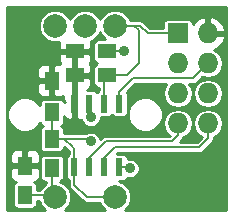
<source format=gtl>
G04 #@! TF.FileFunction,Copper,L1,Top,Signal*
%FSLAX46Y46*%
G04 Gerber Fmt 4.6, Leading zero omitted, Abs format (unit mm)*
G04 Created by KiCad (PCBNEW 4.0.1-stable) date 2/13/2016 8:52:59 PM*
%MOMM*%
G01*
G04 APERTURE LIST*
%ADD10C,0.150000*%
%ADD11R,1.250000X1.500000*%
%ADD12R,1.300000X1.500000*%
%ADD13R,1.500000X1.300000*%
%ADD14C,2.000000*%
%ADD15R,0.600000X1.550000*%
%ADD16R,1.727200X1.727200*%
%ADD17O,1.727200X1.727200*%
%ADD18C,0.889000*%
%ADD19C,0.203200*%
%ADD20C,0.254000*%
G04 APERTURE END LIST*
D10*
D11*
X4318000Y-11704000D03*
X4318000Y-14204000D03*
D12*
X4318000Y-6778000D03*
X4318000Y-9478000D03*
D13*
X6270000Y-6350000D03*
X8970000Y-6350000D03*
X6270000Y-4318000D03*
X8970000Y-4318000D03*
D14*
X4572000Y-2152000D03*
X7112000Y-2152000D03*
X9652000Y-2152000D03*
X9652000Y-16652000D03*
X4572000Y-16652000D03*
D15*
X6223000Y-14130000D03*
X7493000Y-14130000D03*
X8763000Y-14130000D03*
X10033000Y-14130000D03*
X10033000Y-8730000D03*
X8763000Y-8730000D03*
X7493000Y-8730000D03*
X6223000Y-8730000D03*
D16*
X14986000Y-2794000D03*
D17*
X17526000Y-2794000D03*
X14986000Y-5334000D03*
X17526000Y-5334000D03*
X14986000Y-7874000D03*
X17526000Y-7874000D03*
X14986000Y-10414000D03*
X17526000Y-10414000D03*
D11*
X2032000Y-13990000D03*
X2032000Y-16490000D03*
D18*
X10414000Y-4318000D03*
X7620000Y-9906000D03*
X7620000Y-11938000D03*
X10922000Y-14224000D03*
D19*
X10033000Y-8730000D02*
X10033000Y-7747000D01*
X16256000Y-6604000D02*
X17526000Y-5334000D01*
X11176000Y-6604000D02*
X16256000Y-6604000D01*
X10033000Y-7747000D02*
X11176000Y-6604000D01*
X8970000Y-4318000D02*
X10414000Y-4318000D01*
X8970000Y-6350000D02*
X10668000Y-6350000D01*
X11296000Y-2152000D02*
X9652000Y-2152000D01*
X11684000Y-2540000D02*
X11296000Y-2152000D01*
X14986000Y-2794000D02*
X12446000Y-2794000D01*
X12446000Y-2794000D02*
X11804000Y-2152000D01*
X11804000Y-2152000D02*
X9652000Y-2152000D01*
X8763000Y-8730000D02*
X8763000Y-6557000D01*
X8763000Y-6557000D02*
X8970000Y-6350000D01*
X11684000Y-5334000D02*
X11684000Y-2540000D01*
X10668000Y-6350000D02*
X11684000Y-5334000D01*
X7493000Y-8730000D02*
X7493000Y-9779000D01*
X7493000Y-9779000D02*
X7620000Y-9906000D01*
X4318000Y-11704000D02*
X7386000Y-11704000D01*
X7386000Y-11704000D02*
X7620000Y-11938000D01*
X4318000Y-9478000D02*
X4318000Y-11704000D01*
X6223000Y-14130000D02*
X6223000Y-12573000D01*
X5354000Y-11704000D02*
X4318000Y-11704000D01*
X9652000Y-16652000D02*
X7254000Y-16652000D01*
X6223000Y-15621000D02*
X6223000Y-14130000D01*
X7254000Y-16652000D02*
X6223000Y-15621000D01*
X6223000Y-12573000D02*
X6096000Y-12446000D01*
X6096000Y-12446000D02*
X5354000Y-11704000D01*
X2032000Y-16490000D02*
X4410000Y-16490000D01*
X4410000Y-16490000D02*
X4572000Y-16652000D01*
X10033000Y-14130000D02*
X10828000Y-14130000D01*
X10828000Y-14130000D02*
X10922000Y-14224000D01*
X4318000Y-14204000D02*
X4318000Y-16398000D01*
X4318000Y-16398000D02*
X4572000Y-16652000D01*
X7493000Y-14130000D02*
X7493000Y-13335000D01*
X14986000Y-11430000D02*
X14986000Y-10414000D01*
X14478000Y-11938000D02*
X14986000Y-11430000D01*
X8890000Y-11938000D02*
X14478000Y-11938000D01*
X7493000Y-13335000D02*
X8890000Y-11938000D01*
X9652000Y-12446000D02*
X16764000Y-12446000D01*
X8763000Y-13335000D02*
X9652000Y-12446000D01*
X8763000Y-14130000D02*
X8763000Y-13335000D01*
X17526000Y-11684000D02*
X17526000Y-10414000D01*
X16764000Y-12446000D02*
X17526000Y-11684000D01*
X17526000Y-11176000D02*
X17526000Y-10414000D01*
D20*
G36*
X19037300Y-17767300D02*
X10489486Y-17767300D01*
X10822072Y-17435295D01*
X11032759Y-16927903D01*
X11033239Y-16378507D01*
X10823437Y-15870749D01*
X10435295Y-15481928D01*
X9981422Y-15293464D01*
X10333000Y-15293464D01*
X10474190Y-15266897D01*
X10603865Y-15183454D01*
X10690859Y-15056134D01*
X10697261Y-15024519D01*
X10757077Y-15049357D01*
X11085482Y-15049643D01*
X11388998Y-14924233D01*
X11621417Y-14692219D01*
X11747357Y-14388923D01*
X11747643Y-14060518D01*
X11622233Y-13757002D01*
X11390219Y-13524583D01*
X11086923Y-13398643D01*
X10758518Y-13398357D01*
X10721464Y-13413667D01*
X10721464Y-13355000D01*
X10694897Y-13213810D01*
X10611454Y-13084135D01*
X10484134Y-12997141D01*
X10333000Y-12966536D01*
X9813964Y-12966536D01*
X9851900Y-12928600D01*
X16764000Y-12928600D01*
X16948683Y-12891864D01*
X17105250Y-12787250D01*
X17867250Y-12025250D01*
X17971864Y-11868683D01*
X18008601Y-11684000D01*
X18008600Y-11683995D01*
X18008600Y-11567455D01*
X18026671Y-11563860D01*
X18430448Y-11294065D01*
X18700243Y-10890288D01*
X18794983Y-10414000D01*
X18700243Y-9937712D01*
X18430448Y-9533935D01*
X18026671Y-9264140D01*
X17550383Y-9169400D01*
X17501617Y-9169400D01*
X17025329Y-9264140D01*
X16621552Y-9533935D01*
X16351757Y-9937712D01*
X16257017Y-10414000D01*
X16351757Y-10890288D01*
X16621552Y-11294065D01*
X16988349Y-11539151D01*
X16564100Y-11963400D01*
X15135099Y-11963400D01*
X15327247Y-11771252D01*
X15327250Y-11771250D01*
X15431864Y-11614683D01*
X15440132Y-11573117D01*
X15486671Y-11563860D01*
X15890448Y-11294065D01*
X16160243Y-10890288D01*
X16254983Y-10414000D01*
X16160243Y-9937712D01*
X15890448Y-9533935D01*
X15486671Y-9264140D01*
X15010383Y-9169400D01*
X14961617Y-9169400D01*
X14485329Y-9264140D01*
X14081552Y-9533935D01*
X13811757Y-9937712D01*
X13717017Y-10414000D01*
X13811757Y-10890288D01*
X14081552Y-11294065D01*
X14296087Y-11437413D01*
X14278100Y-11455400D01*
X8890000Y-11455400D01*
X8705317Y-11492136D01*
X8548750Y-11596750D01*
X8548748Y-11596753D01*
X8423814Y-11721687D01*
X8320233Y-11471002D01*
X8088219Y-11238583D01*
X7784923Y-11112643D01*
X7456518Y-11112357D01*
X7192613Y-11221400D01*
X5331464Y-11221400D01*
X5331464Y-10954000D01*
X5304897Y-10812810D01*
X5221454Y-10683135D01*
X5094134Y-10596141D01*
X5085403Y-10594373D01*
X5109190Y-10589897D01*
X5238865Y-10506454D01*
X5325859Y-10379134D01*
X5356464Y-10228000D01*
X5356464Y-9796596D01*
X5384673Y-9864698D01*
X5563301Y-10043327D01*
X5796690Y-10140000D01*
X5937250Y-10140000D01*
X6096000Y-9981250D01*
X6096000Y-8857000D01*
X6076000Y-8857000D01*
X6076000Y-8603000D01*
X6096000Y-8603000D01*
X6096000Y-7523250D01*
X6143000Y-7476250D01*
X6143000Y-6477000D01*
X6123000Y-6477000D01*
X6123000Y-6223000D01*
X6143000Y-6223000D01*
X6143000Y-4445000D01*
X6397000Y-4445000D01*
X6397000Y-6223000D01*
X7496250Y-6223000D01*
X7655000Y-6064250D01*
X7655000Y-5573690D01*
X7558327Y-5340301D01*
X7552026Y-5334000D01*
X7558327Y-5327699D01*
X7655000Y-5094310D01*
X7655000Y-4603750D01*
X7496250Y-4445000D01*
X6397000Y-4445000D01*
X6143000Y-4445000D01*
X5043750Y-4445000D01*
X4885000Y-4603750D01*
X4885000Y-5094310D01*
X4981673Y-5327699D01*
X4987974Y-5334000D01*
X4981673Y-5340301D01*
X4959844Y-5393000D01*
X4603750Y-5393000D01*
X4445000Y-5551750D01*
X4445000Y-6651000D01*
X4465000Y-6651000D01*
X4465000Y-6905000D01*
X4445000Y-6905000D01*
X4445000Y-8004250D01*
X4603750Y-8163000D01*
X5094310Y-8163000D01*
X5288000Y-8082771D01*
X5288000Y-8444250D01*
X5446748Y-8602998D01*
X5332943Y-8602998D01*
X5329897Y-8586810D01*
X5246454Y-8457135D01*
X5119134Y-8370141D01*
X4968000Y-8339536D01*
X3668000Y-8339536D01*
X3526810Y-8366103D01*
X3397135Y-8449546D01*
X3310141Y-8576866D01*
X3279536Y-8728000D01*
X3279536Y-8841460D01*
X3268263Y-8814177D01*
X2852015Y-8397201D01*
X2307882Y-8171257D01*
X1718703Y-8170743D01*
X1174177Y-8395737D01*
X757201Y-8811985D01*
X531257Y-9356118D01*
X530743Y-9945297D01*
X755737Y-10489823D01*
X1171985Y-10906799D01*
X1716118Y-11132743D01*
X2305297Y-11133257D01*
X2849823Y-10908263D01*
X3266799Y-10492015D01*
X3313213Y-10380239D01*
X3389546Y-10498865D01*
X3516866Y-10585859D01*
X3550826Y-10592736D01*
X3422135Y-10675546D01*
X3335141Y-10802866D01*
X3304536Y-10954000D01*
X3304536Y-12454000D01*
X3331103Y-12595190D01*
X3414546Y-12724865D01*
X3541866Y-12811859D01*
X3693000Y-12842464D01*
X4943000Y-12842464D01*
X5084190Y-12815897D01*
X5213865Y-12732454D01*
X5300859Y-12605134D01*
X5331464Y-12454000D01*
X5331464Y-12363964D01*
X5740400Y-12772899D01*
X5740400Y-13019749D01*
X5652135Y-13076546D01*
X5565141Y-13203866D01*
X5534536Y-13355000D01*
X5534536Y-14905000D01*
X5561103Y-15046190D01*
X5644546Y-15175865D01*
X5740400Y-15241359D01*
X5740400Y-15621000D01*
X5777136Y-15805683D01*
X5881750Y-15962250D01*
X6912750Y-16993250D01*
X7069317Y-17097864D01*
X7254000Y-17134600D01*
X8357163Y-17134600D01*
X8480563Y-17433251D01*
X8814029Y-17767300D01*
X5409486Y-17767300D01*
X5742072Y-17435295D01*
X5952759Y-16927903D01*
X5953239Y-16378507D01*
X5743437Y-15870749D01*
X5355295Y-15481928D01*
X4995594Y-15332568D01*
X5084190Y-15315897D01*
X5213865Y-15232454D01*
X5300859Y-15105134D01*
X5331464Y-14954000D01*
X5331464Y-13454000D01*
X5304897Y-13312810D01*
X5221454Y-13183135D01*
X5094134Y-13096141D01*
X4943000Y-13065536D01*
X3693000Y-13065536D01*
X3551810Y-13092103D01*
X3422135Y-13175546D01*
X3335141Y-13302866D01*
X3304536Y-13454000D01*
X3304536Y-14954000D01*
X3331103Y-15095190D01*
X3414546Y-15224865D01*
X3541866Y-15311859D01*
X3693000Y-15342464D01*
X3835400Y-15342464D01*
X3835400Y-15462114D01*
X3790749Y-15480563D01*
X3401928Y-15868705D01*
X3344337Y-16007400D01*
X3045464Y-16007400D01*
X3045464Y-15740000D01*
X3018897Y-15598810D01*
X2935454Y-15469135D01*
X2808134Y-15382141D01*
X2772870Y-15375000D01*
X2783310Y-15375000D01*
X3016699Y-15278327D01*
X3195327Y-15099698D01*
X3292000Y-14866309D01*
X3292000Y-14275750D01*
X3133250Y-14117000D01*
X2159000Y-14117000D01*
X2159000Y-14137000D01*
X1905000Y-14137000D01*
X1905000Y-14117000D01*
X930750Y-14117000D01*
X772000Y-14275750D01*
X772000Y-14866309D01*
X868673Y-15099698D01*
X1047301Y-15278327D01*
X1280690Y-15375000D01*
X1282301Y-15375000D01*
X1265810Y-15378103D01*
X1136135Y-15461546D01*
X1049141Y-15588866D01*
X1018536Y-15740000D01*
X1018536Y-17240000D01*
X1045103Y-17381190D01*
X1128546Y-17510865D01*
X1255866Y-17597859D01*
X1407000Y-17628464D01*
X2657000Y-17628464D01*
X2798190Y-17601897D01*
X2927865Y-17518454D01*
X3014859Y-17391134D01*
X3045464Y-17240000D01*
X3045464Y-16972600D01*
X3210225Y-16972600D01*
X3400563Y-17433251D01*
X3734029Y-17767300D01*
X520700Y-17767300D01*
X520700Y-13113691D01*
X772000Y-13113691D01*
X772000Y-13704250D01*
X930750Y-13863000D01*
X1905000Y-13863000D01*
X1905000Y-12763750D01*
X2159000Y-12763750D01*
X2159000Y-13863000D01*
X3133250Y-13863000D01*
X3292000Y-13704250D01*
X3292000Y-13113691D01*
X3195327Y-12880302D01*
X3016699Y-12701673D01*
X2783310Y-12605000D01*
X2317750Y-12605000D01*
X2159000Y-12763750D01*
X1905000Y-12763750D01*
X1746250Y-12605000D01*
X1280690Y-12605000D01*
X1047301Y-12701673D01*
X868673Y-12880302D01*
X772000Y-13113691D01*
X520700Y-13113691D01*
X520700Y-7063750D01*
X3033000Y-7063750D01*
X3033000Y-7654309D01*
X3129673Y-7887698D01*
X3308301Y-8066327D01*
X3541690Y-8163000D01*
X4032250Y-8163000D01*
X4191000Y-8004250D01*
X4191000Y-6905000D01*
X3191750Y-6905000D01*
X3033000Y-7063750D01*
X520700Y-7063750D01*
X520700Y-5901691D01*
X3033000Y-5901691D01*
X3033000Y-6492250D01*
X3191750Y-6651000D01*
X4191000Y-6651000D01*
X4191000Y-5551750D01*
X4032250Y-5393000D01*
X3541690Y-5393000D01*
X3308301Y-5489673D01*
X3129673Y-5668302D01*
X3033000Y-5901691D01*
X520700Y-5901691D01*
X520700Y-2425493D01*
X3190761Y-2425493D01*
X3400563Y-2933251D01*
X3788705Y-3322072D01*
X4296097Y-3532759D01*
X4845493Y-3533239D01*
X4897381Y-3511799D01*
X4885000Y-3541690D01*
X4885000Y-4032250D01*
X5043750Y-4191000D01*
X6143000Y-4191000D01*
X6143000Y-4171000D01*
X6397000Y-4171000D01*
X6397000Y-4191000D01*
X7496250Y-4191000D01*
X7655000Y-4032250D01*
X7655000Y-3541690D01*
X7612626Y-3439389D01*
X7893251Y-3323437D01*
X8282072Y-2935295D01*
X8381985Y-2694676D01*
X8480563Y-2933251D01*
X8826243Y-3279536D01*
X8220000Y-3279536D01*
X8078810Y-3306103D01*
X7949135Y-3389546D01*
X7862141Y-3516866D01*
X7831536Y-3668000D01*
X7831536Y-4968000D01*
X7858103Y-5109190D01*
X7941546Y-5238865D01*
X8068866Y-5325859D01*
X8104997Y-5333176D01*
X8078810Y-5338103D01*
X7949135Y-5421546D01*
X7862141Y-5548866D01*
X7831536Y-5700000D01*
X7831536Y-7000000D01*
X7858103Y-7141190D01*
X7941546Y-7270865D01*
X8068866Y-7357859D01*
X8220000Y-7388464D01*
X8280400Y-7388464D01*
X8280400Y-7619749D01*
X8192135Y-7676546D01*
X8127470Y-7771187D01*
X8071454Y-7684135D01*
X7944134Y-7597141D01*
X7793000Y-7566536D01*
X7311596Y-7566536D01*
X7379698Y-7538327D01*
X7558327Y-7359699D01*
X7655000Y-7126310D01*
X7655000Y-6635750D01*
X7496250Y-6477000D01*
X6397000Y-6477000D01*
X6397000Y-7431750D01*
X6350000Y-7478750D01*
X6350000Y-8603000D01*
X6370000Y-8603000D01*
X6370000Y-8857000D01*
X6350000Y-8857000D01*
X6350000Y-9981250D01*
X6508750Y-10140000D01*
X6649310Y-10140000D01*
X6798039Y-10078394D01*
X6919767Y-10372998D01*
X7151781Y-10605417D01*
X7455077Y-10731357D01*
X7783482Y-10731643D01*
X8086998Y-10606233D01*
X8319417Y-10374219D01*
X8445357Y-10070923D01*
X8445466Y-9945297D01*
X10730743Y-9945297D01*
X10955737Y-10489823D01*
X11371985Y-10906799D01*
X11916118Y-11132743D01*
X12505297Y-11133257D01*
X13049823Y-10908263D01*
X13466799Y-10492015D01*
X13692743Y-9947882D01*
X13693257Y-9358703D01*
X13468263Y-8814177D01*
X13052015Y-8397201D01*
X12507882Y-8171257D01*
X11918703Y-8170743D01*
X11374177Y-8395737D01*
X10957201Y-8811985D01*
X10731257Y-9356118D01*
X10730743Y-9945297D01*
X8445466Y-9945297D01*
X8445515Y-9889923D01*
X8463000Y-9893464D01*
X9063000Y-9893464D01*
X9204190Y-9866897D01*
X9333865Y-9783454D01*
X9398530Y-9688813D01*
X9454546Y-9775865D01*
X9581866Y-9862859D01*
X9733000Y-9893464D01*
X10333000Y-9893464D01*
X10474190Y-9866897D01*
X10603865Y-9783454D01*
X10690859Y-9656134D01*
X10721464Y-9505000D01*
X10721464Y-7955000D01*
X10694897Y-7813810D01*
X10676805Y-7785695D01*
X11375900Y-7086600D01*
X14019635Y-7086600D01*
X13811757Y-7397712D01*
X13717017Y-7874000D01*
X13811757Y-8350288D01*
X14081552Y-8754065D01*
X14485329Y-9023860D01*
X14961617Y-9118600D01*
X15010383Y-9118600D01*
X15486671Y-9023860D01*
X15890448Y-8754065D01*
X16160243Y-8350288D01*
X16254983Y-7874000D01*
X16257017Y-7874000D01*
X16351757Y-8350288D01*
X16621552Y-8754065D01*
X17025329Y-9023860D01*
X17501617Y-9118600D01*
X17550383Y-9118600D01*
X18026671Y-9023860D01*
X18430448Y-8754065D01*
X18700243Y-8350288D01*
X18794983Y-7874000D01*
X18700243Y-7397712D01*
X18430448Y-6993935D01*
X18026671Y-6724140D01*
X17550383Y-6629400D01*
X17501617Y-6629400D01*
X17025329Y-6724140D01*
X16621552Y-6993935D01*
X16351757Y-7397712D01*
X16257017Y-7874000D01*
X16254983Y-7874000D01*
X16160243Y-7397712D01*
X15952365Y-7086600D01*
X16256000Y-7086600D01*
X16440683Y-7049864D01*
X16597250Y-6945250D01*
X17053113Y-6489387D01*
X17501617Y-6578600D01*
X17550383Y-6578600D01*
X18026671Y-6483860D01*
X18430448Y-6214065D01*
X18700243Y-5810288D01*
X18794983Y-5334000D01*
X18700243Y-4857712D01*
X18430448Y-4453935D01*
X18026671Y-4184140D01*
X18024338Y-4183676D01*
X18414490Y-4000821D01*
X18808688Y-3568947D01*
X18980958Y-3153026D01*
X18859817Y-2921000D01*
X17653000Y-2921000D01*
X17653000Y-2941000D01*
X17399000Y-2941000D01*
X17399000Y-2921000D01*
X17379000Y-2921000D01*
X17379000Y-2667000D01*
X17399000Y-2667000D01*
X17399000Y-1459531D01*
X17653000Y-1459531D01*
X17653000Y-2667000D01*
X18859817Y-2667000D01*
X18980958Y-2434974D01*
X18808688Y-2019053D01*
X18414490Y-1587179D01*
X17885027Y-1339032D01*
X17653000Y-1459531D01*
X17399000Y-1459531D01*
X17166973Y-1339032D01*
X16637510Y-1587179D01*
X16243312Y-2019053D01*
X16238064Y-2031724D01*
X16238064Y-1930400D01*
X16211497Y-1789210D01*
X16128054Y-1659535D01*
X16000734Y-1572541D01*
X15849600Y-1541936D01*
X14122400Y-1541936D01*
X13981210Y-1568503D01*
X13851535Y-1651946D01*
X13764541Y-1779266D01*
X13733936Y-1930400D01*
X13733936Y-2311400D01*
X12645900Y-2311400D01*
X12145250Y-1810750D01*
X11988683Y-1706136D01*
X11804000Y-1669400D01*
X10946837Y-1669400D01*
X10823437Y-1370749D01*
X10435295Y-981928D01*
X9927903Y-771241D01*
X9378507Y-770761D01*
X8870749Y-980563D01*
X8481928Y-1368705D01*
X8382015Y-1609324D01*
X8283437Y-1370749D01*
X7895295Y-981928D01*
X7387903Y-771241D01*
X6838507Y-770761D01*
X6330749Y-980563D01*
X5941928Y-1368705D01*
X5842015Y-1609324D01*
X5743437Y-1370749D01*
X5355295Y-981928D01*
X4847903Y-771241D01*
X4298507Y-770761D01*
X3790749Y-980563D01*
X3401928Y-1368705D01*
X3191241Y-1876097D01*
X3190761Y-2425493D01*
X520700Y-2425493D01*
X520700Y-520700D01*
X19037300Y-520700D01*
X19037300Y-17767300D01*
X19037300Y-17767300D01*
G37*
X19037300Y-17767300D02*
X10489486Y-17767300D01*
X10822072Y-17435295D01*
X11032759Y-16927903D01*
X11033239Y-16378507D01*
X10823437Y-15870749D01*
X10435295Y-15481928D01*
X9981422Y-15293464D01*
X10333000Y-15293464D01*
X10474190Y-15266897D01*
X10603865Y-15183454D01*
X10690859Y-15056134D01*
X10697261Y-15024519D01*
X10757077Y-15049357D01*
X11085482Y-15049643D01*
X11388998Y-14924233D01*
X11621417Y-14692219D01*
X11747357Y-14388923D01*
X11747643Y-14060518D01*
X11622233Y-13757002D01*
X11390219Y-13524583D01*
X11086923Y-13398643D01*
X10758518Y-13398357D01*
X10721464Y-13413667D01*
X10721464Y-13355000D01*
X10694897Y-13213810D01*
X10611454Y-13084135D01*
X10484134Y-12997141D01*
X10333000Y-12966536D01*
X9813964Y-12966536D01*
X9851900Y-12928600D01*
X16764000Y-12928600D01*
X16948683Y-12891864D01*
X17105250Y-12787250D01*
X17867250Y-12025250D01*
X17971864Y-11868683D01*
X18008601Y-11684000D01*
X18008600Y-11683995D01*
X18008600Y-11567455D01*
X18026671Y-11563860D01*
X18430448Y-11294065D01*
X18700243Y-10890288D01*
X18794983Y-10414000D01*
X18700243Y-9937712D01*
X18430448Y-9533935D01*
X18026671Y-9264140D01*
X17550383Y-9169400D01*
X17501617Y-9169400D01*
X17025329Y-9264140D01*
X16621552Y-9533935D01*
X16351757Y-9937712D01*
X16257017Y-10414000D01*
X16351757Y-10890288D01*
X16621552Y-11294065D01*
X16988349Y-11539151D01*
X16564100Y-11963400D01*
X15135099Y-11963400D01*
X15327247Y-11771252D01*
X15327250Y-11771250D01*
X15431864Y-11614683D01*
X15440132Y-11573117D01*
X15486671Y-11563860D01*
X15890448Y-11294065D01*
X16160243Y-10890288D01*
X16254983Y-10414000D01*
X16160243Y-9937712D01*
X15890448Y-9533935D01*
X15486671Y-9264140D01*
X15010383Y-9169400D01*
X14961617Y-9169400D01*
X14485329Y-9264140D01*
X14081552Y-9533935D01*
X13811757Y-9937712D01*
X13717017Y-10414000D01*
X13811757Y-10890288D01*
X14081552Y-11294065D01*
X14296087Y-11437413D01*
X14278100Y-11455400D01*
X8890000Y-11455400D01*
X8705317Y-11492136D01*
X8548750Y-11596750D01*
X8548748Y-11596753D01*
X8423814Y-11721687D01*
X8320233Y-11471002D01*
X8088219Y-11238583D01*
X7784923Y-11112643D01*
X7456518Y-11112357D01*
X7192613Y-11221400D01*
X5331464Y-11221400D01*
X5331464Y-10954000D01*
X5304897Y-10812810D01*
X5221454Y-10683135D01*
X5094134Y-10596141D01*
X5085403Y-10594373D01*
X5109190Y-10589897D01*
X5238865Y-10506454D01*
X5325859Y-10379134D01*
X5356464Y-10228000D01*
X5356464Y-9796596D01*
X5384673Y-9864698D01*
X5563301Y-10043327D01*
X5796690Y-10140000D01*
X5937250Y-10140000D01*
X6096000Y-9981250D01*
X6096000Y-8857000D01*
X6076000Y-8857000D01*
X6076000Y-8603000D01*
X6096000Y-8603000D01*
X6096000Y-7523250D01*
X6143000Y-7476250D01*
X6143000Y-6477000D01*
X6123000Y-6477000D01*
X6123000Y-6223000D01*
X6143000Y-6223000D01*
X6143000Y-4445000D01*
X6397000Y-4445000D01*
X6397000Y-6223000D01*
X7496250Y-6223000D01*
X7655000Y-6064250D01*
X7655000Y-5573690D01*
X7558327Y-5340301D01*
X7552026Y-5334000D01*
X7558327Y-5327699D01*
X7655000Y-5094310D01*
X7655000Y-4603750D01*
X7496250Y-4445000D01*
X6397000Y-4445000D01*
X6143000Y-4445000D01*
X5043750Y-4445000D01*
X4885000Y-4603750D01*
X4885000Y-5094310D01*
X4981673Y-5327699D01*
X4987974Y-5334000D01*
X4981673Y-5340301D01*
X4959844Y-5393000D01*
X4603750Y-5393000D01*
X4445000Y-5551750D01*
X4445000Y-6651000D01*
X4465000Y-6651000D01*
X4465000Y-6905000D01*
X4445000Y-6905000D01*
X4445000Y-8004250D01*
X4603750Y-8163000D01*
X5094310Y-8163000D01*
X5288000Y-8082771D01*
X5288000Y-8444250D01*
X5446748Y-8602998D01*
X5332943Y-8602998D01*
X5329897Y-8586810D01*
X5246454Y-8457135D01*
X5119134Y-8370141D01*
X4968000Y-8339536D01*
X3668000Y-8339536D01*
X3526810Y-8366103D01*
X3397135Y-8449546D01*
X3310141Y-8576866D01*
X3279536Y-8728000D01*
X3279536Y-8841460D01*
X3268263Y-8814177D01*
X2852015Y-8397201D01*
X2307882Y-8171257D01*
X1718703Y-8170743D01*
X1174177Y-8395737D01*
X757201Y-8811985D01*
X531257Y-9356118D01*
X530743Y-9945297D01*
X755737Y-10489823D01*
X1171985Y-10906799D01*
X1716118Y-11132743D01*
X2305297Y-11133257D01*
X2849823Y-10908263D01*
X3266799Y-10492015D01*
X3313213Y-10380239D01*
X3389546Y-10498865D01*
X3516866Y-10585859D01*
X3550826Y-10592736D01*
X3422135Y-10675546D01*
X3335141Y-10802866D01*
X3304536Y-10954000D01*
X3304536Y-12454000D01*
X3331103Y-12595190D01*
X3414546Y-12724865D01*
X3541866Y-12811859D01*
X3693000Y-12842464D01*
X4943000Y-12842464D01*
X5084190Y-12815897D01*
X5213865Y-12732454D01*
X5300859Y-12605134D01*
X5331464Y-12454000D01*
X5331464Y-12363964D01*
X5740400Y-12772899D01*
X5740400Y-13019749D01*
X5652135Y-13076546D01*
X5565141Y-13203866D01*
X5534536Y-13355000D01*
X5534536Y-14905000D01*
X5561103Y-15046190D01*
X5644546Y-15175865D01*
X5740400Y-15241359D01*
X5740400Y-15621000D01*
X5777136Y-15805683D01*
X5881750Y-15962250D01*
X6912750Y-16993250D01*
X7069317Y-17097864D01*
X7254000Y-17134600D01*
X8357163Y-17134600D01*
X8480563Y-17433251D01*
X8814029Y-17767300D01*
X5409486Y-17767300D01*
X5742072Y-17435295D01*
X5952759Y-16927903D01*
X5953239Y-16378507D01*
X5743437Y-15870749D01*
X5355295Y-15481928D01*
X4995594Y-15332568D01*
X5084190Y-15315897D01*
X5213865Y-15232454D01*
X5300859Y-15105134D01*
X5331464Y-14954000D01*
X5331464Y-13454000D01*
X5304897Y-13312810D01*
X5221454Y-13183135D01*
X5094134Y-13096141D01*
X4943000Y-13065536D01*
X3693000Y-13065536D01*
X3551810Y-13092103D01*
X3422135Y-13175546D01*
X3335141Y-13302866D01*
X3304536Y-13454000D01*
X3304536Y-14954000D01*
X3331103Y-15095190D01*
X3414546Y-15224865D01*
X3541866Y-15311859D01*
X3693000Y-15342464D01*
X3835400Y-15342464D01*
X3835400Y-15462114D01*
X3790749Y-15480563D01*
X3401928Y-15868705D01*
X3344337Y-16007400D01*
X3045464Y-16007400D01*
X3045464Y-15740000D01*
X3018897Y-15598810D01*
X2935454Y-15469135D01*
X2808134Y-15382141D01*
X2772870Y-15375000D01*
X2783310Y-15375000D01*
X3016699Y-15278327D01*
X3195327Y-15099698D01*
X3292000Y-14866309D01*
X3292000Y-14275750D01*
X3133250Y-14117000D01*
X2159000Y-14117000D01*
X2159000Y-14137000D01*
X1905000Y-14137000D01*
X1905000Y-14117000D01*
X930750Y-14117000D01*
X772000Y-14275750D01*
X772000Y-14866309D01*
X868673Y-15099698D01*
X1047301Y-15278327D01*
X1280690Y-15375000D01*
X1282301Y-15375000D01*
X1265810Y-15378103D01*
X1136135Y-15461546D01*
X1049141Y-15588866D01*
X1018536Y-15740000D01*
X1018536Y-17240000D01*
X1045103Y-17381190D01*
X1128546Y-17510865D01*
X1255866Y-17597859D01*
X1407000Y-17628464D01*
X2657000Y-17628464D01*
X2798190Y-17601897D01*
X2927865Y-17518454D01*
X3014859Y-17391134D01*
X3045464Y-17240000D01*
X3045464Y-16972600D01*
X3210225Y-16972600D01*
X3400563Y-17433251D01*
X3734029Y-17767300D01*
X520700Y-17767300D01*
X520700Y-13113691D01*
X772000Y-13113691D01*
X772000Y-13704250D01*
X930750Y-13863000D01*
X1905000Y-13863000D01*
X1905000Y-12763750D01*
X2159000Y-12763750D01*
X2159000Y-13863000D01*
X3133250Y-13863000D01*
X3292000Y-13704250D01*
X3292000Y-13113691D01*
X3195327Y-12880302D01*
X3016699Y-12701673D01*
X2783310Y-12605000D01*
X2317750Y-12605000D01*
X2159000Y-12763750D01*
X1905000Y-12763750D01*
X1746250Y-12605000D01*
X1280690Y-12605000D01*
X1047301Y-12701673D01*
X868673Y-12880302D01*
X772000Y-13113691D01*
X520700Y-13113691D01*
X520700Y-7063750D01*
X3033000Y-7063750D01*
X3033000Y-7654309D01*
X3129673Y-7887698D01*
X3308301Y-8066327D01*
X3541690Y-8163000D01*
X4032250Y-8163000D01*
X4191000Y-8004250D01*
X4191000Y-6905000D01*
X3191750Y-6905000D01*
X3033000Y-7063750D01*
X520700Y-7063750D01*
X520700Y-5901691D01*
X3033000Y-5901691D01*
X3033000Y-6492250D01*
X3191750Y-6651000D01*
X4191000Y-6651000D01*
X4191000Y-5551750D01*
X4032250Y-5393000D01*
X3541690Y-5393000D01*
X3308301Y-5489673D01*
X3129673Y-5668302D01*
X3033000Y-5901691D01*
X520700Y-5901691D01*
X520700Y-2425493D01*
X3190761Y-2425493D01*
X3400563Y-2933251D01*
X3788705Y-3322072D01*
X4296097Y-3532759D01*
X4845493Y-3533239D01*
X4897381Y-3511799D01*
X4885000Y-3541690D01*
X4885000Y-4032250D01*
X5043750Y-4191000D01*
X6143000Y-4191000D01*
X6143000Y-4171000D01*
X6397000Y-4171000D01*
X6397000Y-4191000D01*
X7496250Y-4191000D01*
X7655000Y-4032250D01*
X7655000Y-3541690D01*
X7612626Y-3439389D01*
X7893251Y-3323437D01*
X8282072Y-2935295D01*
X8381985Y-2694676D01*
X8480563Y-2933251D01*
X8826243Y-3279536D01*
X8220000Y-3279536D01*
X8078810Y-3306103D01*
X7949135Y-3389546D01*
X7862141Y-3516866D01*
X7831536Y-3668000D01*
X7831536Y-4968000D01*
X7858103Y-5109190D01*
X7941546Y-5238865D01*
X8068866Y-5325859D01*
X8104997Y-5333176D01*
X8078810Y-5338103D01*
X7949135Y-5421546D01*
X7862141Y-5548866D01*
X7831536Y-5700000D01*
X7831536Y-7000000D01*
X7858103Y-7141190D01*
X7941546Y-7270865D01*
X8068866Y-7357859D01*
X8220000Y-7388464D01*
X8280400Y-7388464D01*
X8280400Y-7619749D01*
X8192135Y-7676546D01*
X8127470Y-7771187D01*
X8071454Y-7684135D01*
X7944134Y-7597141D01*
X7793000Y-7566536D01*
X7311596Y-7566536D01*
X7379698Y-7538327D01*
X7558327Y-7359699D01*
X7655000Y-7126310D01*
X7655000Y-6635750D01*
X7496250Y-6477000D01*
X6397000Y-6477000D01*
X6397000Y-7431750D01*
X6350000Y-7478750D01*
X6350000Y-8603000D01*
X6370000Y-8603000D01*
X6370000Y-8857000D01*
X6350000Y-8857000D01*
X6350000Y-9981250D01*
X6508750Y-10140000D01*
X6649310Y-10140000D01*
X6798039Y-10078394D01*
X6919767Y-10372998D01*
X7151781Y-10605417D01*
X7455077Y-10731357D01*
X7783482Y-10731643D01*
X8086998Y-10606233D01*
X8319417Y-10374219D01*
X8445357Y-10070923D01*
X8445466Y-9945297D01*
X10730743Y-9945297D01*
X10955737Y-10489823D01*
X11371985Y-10906799D01*
X11916118Y-11132743D01*
X12505297Y-11133257D01*
X13049823Y-10908263D01*
X13466799Y-10492015D01*
X13692743Y-9947882D01*
X13693257Y-9358703D01*
X13468263Y-8814177D01*
X13052015Y-8397201D01*
X12507882Y-8171257D01*
X11918703Y-8170743D01*
X11374177Y-8395737D01*
X10957201Y-8811985D01*
X10731257Y-9356118D01*
X10730743Y-9945297D01*
X8445466Y-9945297D01*
X8445515Y-9889923D01*
X8463000Y-9893464D01*
X9063000Y-9893464D01*
X9204190Y-9866897D01*
X9333865Y-9783454D01*
X9398530Y-9688813D01*
X9454546Y-9775865D01*
X9581866Y-9862859D01*
X9733000Y-9893464D01*
X10333000Y-9893464D01*
X10474190Y-9866897D01*
X10603865Y-9783454D01*
X10690859Y-9656134D01*
X10721464Y-9505000D01*
X10721464Y-7955000D01*
X10694897Y-7813810D01*
X10676805Y-7785695D01*
X11375900Y-7086600D01*
X14019635Y-7086600D01*
X13811757Y-7397712D01*
X13717017Y-7874000D01*
X13811757Y-8350288D01*
X14081552Y-8754065D01*
X14485329Y-9023860D01*
X14961617Y-9118600D01*
X15010383Y-9118600D01*
X15486671Y-9023860D01*
X15890448Y-8754065D01*
X16160243Y-8350288D01*
X16254983Y-7874000D01*
X16257017Y-7874000D01*
X16351757Y-8350288D01*
X16621552Y-8754065D01*
X17025329Y-9023860D01*
X17501617Y-9118600D01*
X17550383Y-9118600D01*
X18026671Y-9023860D01*
X18430448Y-8754065D01*
X18700243Y-8350288D01*
X18794983Y-7874000D01*
X18700243Y-7397712D01*
X18430448Y-6993935D01*
X18026671Y-6724140D01*
X17550383Y-6629400D01*
X17501617Y-6629400D01*
X17025329Y-6724140D01*
X16621552Y-6993935D01*
X16351757Y-7397712D01*
X16257017Y-7874000D01*
X16254983Y-7874000D01*
X16160243Y-7397712D01*
X15952365Y-7086600D01*
X16256000Y-7086600D01*
X16440683Y-7049864D01*
X16597250Y-6945250D01*
X17053113Y-6489387D01*
X17501617Y-6578600D01*
X17550383Y-6578600D01*
X18026671Y-6483860D01*
X18430448Y-6214065D01*
X18700243Y-5810288D01*
X18794983Y-5334000D01*
X18700243Y-4857712D01*
X18430448Y-4453935D01*
X18026671Y-4184140D01*
X18024338Y-4183676D01*
X18414490Y-4000821D01*
X18808688Y-3568947D01*
X18980958Y-3153026D01*
X18859817Y-2921000D01*
X17653000Y-2921000D01*
X17653000Y-2941000D01*
X17399000Y-2941000D01*
X17399000Y-2921000D01*
X17379000Y-2921000D01*
X17379000Y-2667000D01*
X17399000Y-2667000D01*
X17399000Y-1459531D01*
X17653000Y-1459531D01*
X17653000Y-2667000D01*
X18859817Y-2667000D01*
X18980958Y-2434974D01*
X18808688Y-2019053D01*
X18414490Y-1587179D01*
X17885027Y-1339032D01*
X17653000Y-1459531D01*
X17399000Y-1459531D01*
X17166973Y-1339032D01*
X16637510Y-1587179D01*
X16243312Y-2019053D01*
X16238064Y-2031724D01*
X16238064Y-1930400D01*
X16211497Y-1789210D01*
X16128054Y-1659535D01*
X16000734Y-1572541D01*
X15849600Y-1541936D01*
X14122400Y-1541936D01*
X13981210Y-1568503D01*
X13851535Y-1651946D01*
X13764541Y-1779266D01*
X13733936Y-1930400D01*
X13733936Y-2311400D01*
X12645900Y-2311400D01*
X12145250Y-1810750D01*
X11988683Y-1706136D01*
X11804000Y-1669400D01*
X10946837Y-1669400D01*
X10823437Y-1370749D01*
X10435295Y-981928D01*
X9927903Y-771241D01*
X9378507Y-770761D01*
X8870749Y-980563D01*
X8481928Y-1368705D01*
X8382015Y-1609324D01*
X8283437Y-1370749D01*
X7895295Y-981928D01*
X7387903Y-771241D01*
X6838507Y-770761D01*
X6330749Y-980563D01*
X5941928Y-1368705D01*
X5842015Y-1609324D01*
X5743437Y-1370749D01*
X5355295Y-981928D01*
X4847903Y-771241D01*
X4298507Y-770761D01*
X3790749Y-980563D01*
X3401928Y-1368705D01*
X3191241Y-1876097D01*
X3190761Y-2425493D01*
X520700Y-2425493D01*
X520700Y-520700D01*
X19037300Y-520700D01*
X19037300Y-17767300D01*
M02*

</source>
